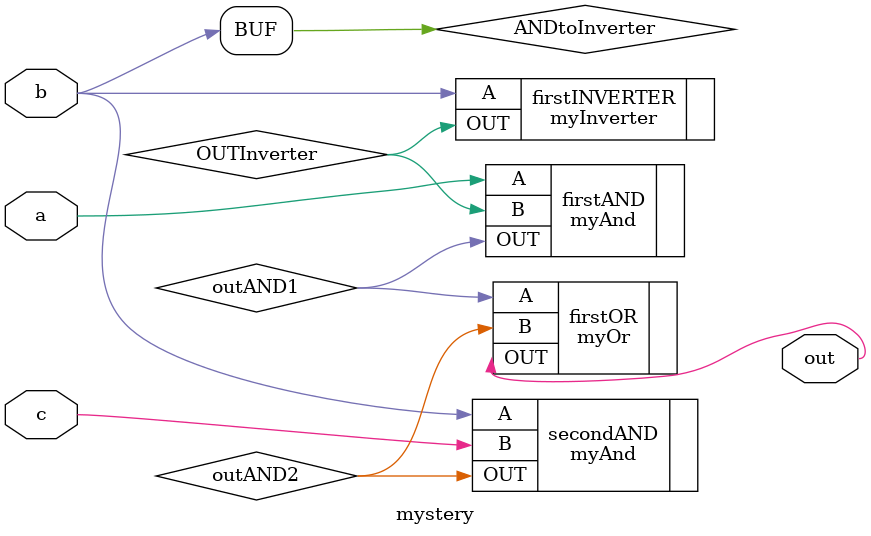
<source format=v>
`timescale 10ns / 1ps

module mystery(
    input a,
    
    input b,
    input c,

    output out
    );
    
    wire ANDtoInverter = b;
    wire OUTInverter;
    wire outAND1;
    wire outAND2;
    
    myInverter firstINVERTER(
      .A( ANDtoInverter ),
      .OUT( OUTInverter )
    );
    
    myAnd firstAND(
      .A ( a ),
      .B ( OUTInverter ),
      .OUT ( outAND1 )
    );
    
    myAnd secondAND(
      .A ( b ),
      .B ( c ),
      .OUT ( outAND2 )
    );
    
    myOr firstOR(
      .A( outAND1 ),
      .B( outAND2 ),
      .OUT ( out )
    );
    
    
 
endmodule

</source>
